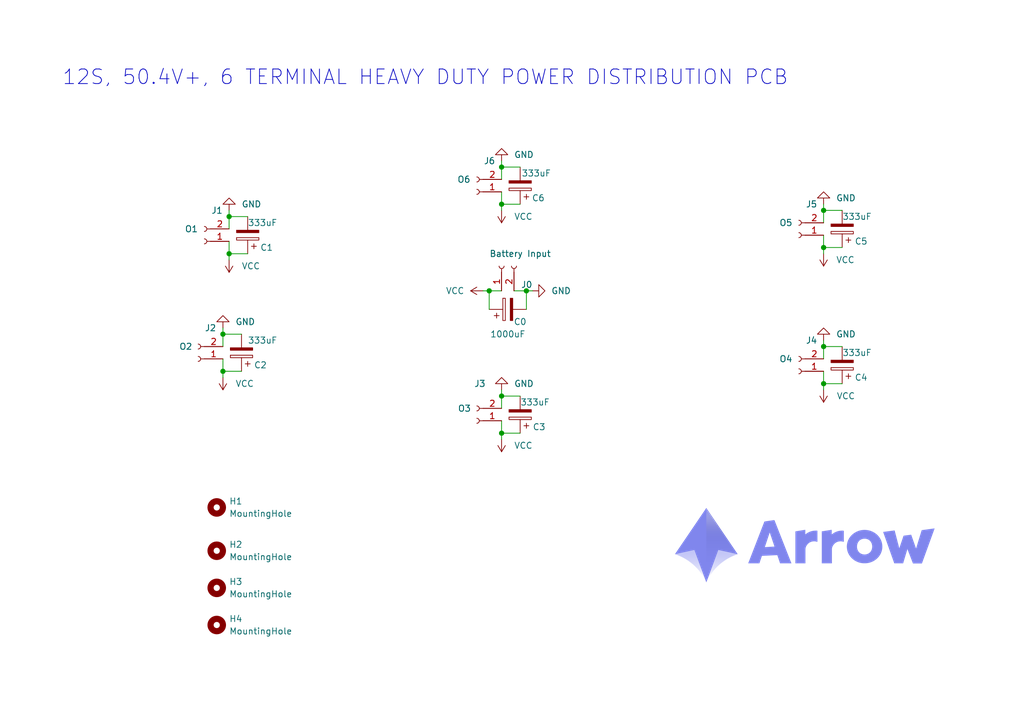
<source format=kicad_sch>
(kicad_sch (version 20211123) (generator eeschema)
  (paper "A5")
  (title_block (title "Power Distribution Board") (date "2022-11-30") (rev "V1") (company "ArrowAir") (comment 1 "by 21stCenturyAlex"))
  (lib_symbols
    (symbol "Connector:Conn_01x02_Female" (pin_names (offset 1.016) hide)
      (property "Reference" "J" (at 0 2.54 0))
      (property "Value" "Conn_01x02_Female" (at 0 -5.08 0))
      (symbol "Conn_01x02_Female_1_1"
        (arc (start 0 -2.032) (mid -0.508 -2.54) (end 0 -3.048) (stroke (width 0.1524)))
        (polyline (pts (xy -1.27 -2.54) (xy -0.508 -2.54)) (stroke (width 0.1524)))
        (polyline (pts (xy -1.27 0) (xy -0.508 0)) (stroke (width 0.1524)))
        (arc (start 0 0.508) (mid -0.508 0) (end 0 -0.508) (stroke (width 0.1524)))
        (pin passive line (at -5.08 0 0) (length 3.81) (name "Pin_1") (number "1"))
        (pin passive line (at -5.08 -2.54 0) (length 3.81) (name "Pin_2") (number "2"))
      )
    )
    (symbol "Device:C_Polarized" (pin_numbers hide) (pin_names (offset 0.254))
      (property "Reference" "C" (at 0.635 2.54 0))
      (property "Value" "C_Polarized" (at 0.635 -2.54 0))
      (symbol "C_Polarized_0_1"
        (rectangle (start -2.286 0.508) (end 2.286 1.016))
        (polyline (pts (xy -1.778 2.286) (xy -0.762 2.286)))
        (polyline (pts (xy -1.27 2.794) (xy -1.27 1.778)))
        (rectangle (start 2.286 -0.508) (end -2.286 -1.016) (fill (type outline)))
      )
      (symbol "C_Polarized_1_1"
        (pin passive line (at 0 3.81 270) (length 2.794) (name "~") (number "1"))
        (pin passive line (at 0 -3.81 90) (length 2.794) (name "~") (number "2"))
      )
    )
    (symbol "Mechanical:MountingHole" (pin_names (offset 1.016))
      (property "Reference" "H" (at 0 5.08 0))
      (property "Value" "MountingHole" (at 0 3.175 0))
      (symbol "MountingHole_0_1"
        (circle (center 0 0) (radius 1.27) (stroke (width 1.27)))
      )
    )
    (symbol "power:GND" (power) (pin_names (offset 0))
      (property "Value" "GND" (at 0 -3.81 0))
      (symbol "GND_0_1"
        (polyline (pts (xy 0 0) (xy 0 -1.27) (xy 1.27 -1.27) (xy 0 -2.54) (xy -1.27 -1.27) (xy 0 -1.27)))
      )
      (symbol "GND_1_1"
        (pin power_in line (at 0 0 270) (length 0) hide (name "GND") (number "1"))
      )
    )
    (symbol "power:VCC" (power) (pin_names (offset 0))
      (property "Value" "VCC" (at 0 3.81 0))
      (symbol "VCC_0_1"
        (polyline (pts (xy -0.762 1.27) (xy 0 2.54)))
        (polyline (pts (xy 0 0) (xy 0 2.54)))
        (polyline (pts (xy 0 2.54) (xy 0.762 1.27)))
      )
      (symbol "VCC_1_1"
        (pin power_in line (at 0 0 90) (length 0) hide (name "VCC") (number "1"))
      )
    )
  )
  (junction (at 102.87 34.29))
  (junction (at 46.99 44.45))
  (junction (at 168.91 71.12))
  (junction (at 168.91 43.18))
  (junction (at 168.91 50.8))
  (junction (at 46.99 52.07))
  (junction (at 102.87 88.9))
  (junction (at 168.91 78.74))
  (junction (at 107.95 59.69))
  (junction (at 45.72 68.58))
  (junction (at 45.72 76.2))
  (junction (at 100.33 59.69))
  (junction (at 102.87 41.91))
  (junction (at 102.87 81.28))
  (wire (pts (xy 45.72 68.58) (xy 45.72 71.12)))
  (wire (pts (xy 99.06 59.69) (xy 100.33 59.69)))
  (wire (pts (xy 107.95 59.69) (xy 105.41 59.69)))
  (wire (pts (xy 102.87 80.01) (xy 102.87 81.28)))
  (wire (pts (xy 168.91 52.07) (xy 168.91 50.8)))
  (wire (pts (xy 46.99 44.45) (xy 46.99 46.99)))
  (wire (pts (xy 45.72 76.2) (xy 45.72 73.66)))
  (wire (pts (xy 172.72 78.74) (xy 168.91 78.74)))
  (wire (pts (xy 49.53 76.2) (xy 45.72 76.2)))
  (wire (pts (xy 46.99 53.34) (xy 46.99 52.07)))
  (wire (pts (xy 172.72 43.18) (xy 168.91 43.18)))
  (wire (pts (xy 102.87 81.28) (xy 102.87 83.82)))
  (wire (pts (xy 102.87 34.29) (xy 102.87 36.83)))
  (wire (pts (xy 172.72 50.8) (xy 168.91 50.8)))
  (wire (pts (xy 107.95 63.5) (xy 107.95 59.69)))
  (wire (pts (xy 46.99 49.53) (xy 46.99 52.07)))
  (wire (pts (xy 49.53 68.58) (xy 45.72 68.58)))
  (wire (pts (xy 45.72 77.47) (xy 45.72 76.2)))
  (wire (pts (xy 46.99 43.18) (xy 46.99 44.45)))
  (wire (pts (xy 168.91 76.2) (xy 168.91 78.74)))
  (wire (pts (xy 50.8 44.45) (xy 46.99 44.45)))
  (wire (pts (xy 106.68 41.91) (xy 102.87 41.91)))
  (wire (pts (xy 106.68 88.9) (xy 102.87 88.9)))
  (wire (pts (xy 102.87 88.9) (xy 102.87 86.36)))
  (wire (pts (xy 46.99 52.07) (xy 50.8 52.07)))
  (wire (pts (xy 168.91 71.12) (xy 168.91 73.66)))
  (wire (pts (xy 168.91 69.85) (xy 168.91 71.12)))
  (wire (pts (xy 106.68 34.29) (xy 102.87 34.29)))
  (wire (pts (xy 172.72 71.12) (xy 168.91 71.12)))
  (wire (pts (xy 102.87 41.91) (xy 102.87 39.37)))
  (wire (pts (xy 102.87 90.17) (xy 102.87 88.9)))
  (wire (pts (xy 100.33 63.5) (xy 100.33 59.69)))
  (wire (pts (xy 109.22 59.69) (xy 107.95 59.69)))
  (wire (pts (xy 106.68 81.28) (xy 102.87 81.28)))
  (wire (pts (xy 168.91 41.91) (xy 168.91 43.18)))
  (wire (pts (xy 45.72 67.31) (xy 45.72 68.58)))
  (wire (pts (xy 102.87 43.18) (xy 102.87 41.91)))
  (wire (pts (xy 168.91 43.18) (xy 168.91 45.72)))
  (wire (pts (xy 100.33 59.69) (xy 102.87 59.69)))
  (wire (pts (xy 168.91 50.8) (xy 168.91 48.26)))
  (wire (pts (xy 102.87 33.02) (xy 102.87 34.29)))
  (wire (pts (xy 168.91 80.01) (xy 168.91 78.74)))
  (image (at 165.1 111.76) (scale 0.631844))
  (text "12S, 50.4V+, 6 TERMINAL HEAVY DUTY POWER DISTRIBUTION PCB" (at 12.7 17.78 0) (effects (font (size 3 3)) (justify left bottom)))
  (symbol (lib_id "power:GND") (at 168.91 69.85 180) (unit 1)
    (property "Reference" "#PWR0104" (effects hide))
    (property "Value" "GND" (at 171.45 68.5799 0) (effects (justify right)))
  )
  (symbol (lib_id "Connector:Conn_01x02_Female") (at 163.83 48.26 180) (unit 1)
    (property "Reference" "J5" (at 167.64 41.91 0) (effects (justify left)))
    (property "Value" "O5" (at 162.56 45.72 0) (effects (justify left)))
    (property "Footprint" "Connector_AMASS:AMASS_XT60-M_1x02_P7.20mm_Vertical" (effects hide))
  )
  (symbol (lib_id "Connector:Conn_01x02_Female") (at 102.87 54.61 90) (unit 1)
    (property "Reference" "J0" (at 109.22 58.42 90) (effects (justify left)))
    (property "Value" "Battery Input" (at 113.03 52.07 90) (effects (justify left)))
    (property "Footprint" "Connector:Banana_Jack_2Pin" (effects hide))
  )
  (symbol (lib_id "Connector:Conn_01x02_Female") (at 97.79 86.36 180) (unit 1)
    (property "Reference" "J3" (at 98.425 78.74 0))
    (property "Value" "O3" (at 95.25 83.82 0))
    (property "Footprint" "Connector_AMASS:AMASS_XT60-M_1x02_P7.20mm_Vertical" (effects hide))
  )
  (symbol (lib_id "power:VCC") (at 99.06 59.69 90) (unit 1)
    (property "Reference" "#PWR0109" (effects hide))
    (property "Value" "VCC" (at 95.25 59.6899 90) (effects (justify left)))
  )
  (symbol (lib_id "Connector:Conn_01x02_Female") (at 163.83 76.2 180) (unit 1)
    (property "Reference" "J4" (at 167.64 69.85 0) (effects (justify left)))
    (property "Value" "O4" (at 162.56 73.66 0) (effects (justify left)))
    (property "Footprint" "Connector_AMASS:AMASS_XT60-M_1x02_P7.20mm_Vertical" (effects hide))
  )
  (symbol (lib_id "power:VCC") (at 102.87 90.17 180) (unit 1)
    (property "Reference" "#PWR0107" (effects hide))
    (property "Value" "VCC" (at 105.41 91.4399 0) (effects (justify right)))
  )
  (symbol (lib_id "Mechanical:MountingHole") (at 44.45 120.65 0) (unit 1)
    (property "Reference" "H3" (at 46.99 119.3799 0) (effects (justify left)))
    (property "Value" "MountingHole" (at 46.99 121.9199 0) (effects (justify left)))
    (property "Footprint" "MountingHole:MountingHole_3.2mm_M3" (effects hide))
  )
  (symbol (lib_id "Device:C_Polarized") (at 106.68 85.09 180) (unit 1)
    (property "Reference" "C3" (at 109.22 87.63 0) (effects (justify right)))
    (property "Value" "333uF" (at 106.68 82.55 0) (effects (justify right)))
    (property "Footprint" "Capacitor_THT:CP_Radial_D10.0mm_P3.80mm" (effects hide))
  )
  (symbol (lib_id "Connector:Conn_01x02_Female") (at 40.64 73.66 180) (unit 1)
    (property "Reference" "J2" (at 43.18 67.31 0))
    (property "Value" "O2" (at 38.1 71.12 0))
    (property "Footprint" "Connector_AMASS:AMASS_XT60-M_1x02_P7.20mm_Vertical" (effects hide))
  )
  (symbol (lib_id "power:GND") (at 45.72 67.31 180) (unit 1)
    (property "Reference" "#PWR0113" (effects hide))
    (property "Value" "GND" (at 48.26 66.0399 0) (effects (justify right)))
  )
  (symbol (lib_id "Mechanical:MountingHole") (at 44.45 128.27 0) (unit 1)
    (property "Reference" "H4" (at 46.99 126.9999 0) (effects (justify left)))
    (property "Value" "MountingHole" (at 46.99 129.5399 0) (effects (justify left)))
    (property "Footprint" "MountingHole:MountingHole_3.2mm_M3" (effects hide))
  )
  (symbol (lib_id "power:GND") (at 168.91 41.91 180) (unit 1)
    (property "Reference" "#PWR0102" (effects hide))
    (property "Value" "GND" (at 171.45 40.6399 0) (effects (justify right)))
  )
  (symbol (lib_id "power:GND") (at 109.22 59.69 90) (unit 1)
    (property "Reference" "#PWR0110" (effects hide))
    (property "Value" "GND" (at 113.03 59.6899 90) (effects (justify right)))
  )
  (symbol (lib_id "power:GND") (at 102.87 80.01 180) (unit 1)
    (property "Reference" "#PWR0108" (effects hide))
    (property "Value" "GND" (at 105.41 78.7399 0) (effects (justify right)))
  )
  (symbol (lib_id "Connector:Conn_01x02_Female") (at 97.79 39.37 180) (unit 1)
    (property "Reference" "J6" (at 101.6 33.02 0) (effects (justify left)))
    (property "Value" "O6" (at 96.52 36.83 0) (effects (justify left)))
    (property "Footprint" "Connector_AMASS:AMASS_XT60-M_1x02_P7.20mm_Vertical" (effects hide))
  )
  (symbol (lib_id "power:VCC") (at 45.72 77.47 180) (unit 1)
    (property "Reference" "#PWR0114" (effects hide))
    (property "Value" "VCC" (at 48.26 78.7399 0) (effects (justify right)))
  )
  (symbol (lib_id "Device:C_Polarized") (at 104.14 63.5 90) (unit 1)
    (property "Reference" "C0" (at 106.68 66.04 90))
    (property "Value" "1000uF" (at 104.14 68.58 90))
    (property "Footprint" "Capacitor_THT:CP_Radial_D10.0mm_P3.80mm" (effects hide))
  )
  (symbol (lib_id "Device:C_Polarized") (at 106.68 38.1 180) (unit 1)
    (property "Reference" "C6" (at 111.76 40.64 0) (effects (justify left)))
    (property "Value" "333uF" (at 113.03 35.56 0) (effects (justify left)))
    (property "Footprint" "Capacitor_THT:CP_Radial_D10.0mm_P3.80mm" (effects hide))
  )
  (symbol (lib_id "Mechanical:MountingHole") (at 44.45 104.14 0) (unit 1)
    (property "Reference" "H1" (at 46.99 102.8699 0) (effects (justify left)))
    (property "Value" "MountingHole" (at 46.99 105.4099 0) (effects (justify left)))
    (property "Footprint" "MountingHole:MountingHole_3.2mm_M3" (effects hide))
  )
  (symbol (lib_id "power:GND") (at 102.87 33.02 180) (unit 1)
    (property "Reference" "#PWR0106" (effects hide))
    (property "Value" "GND" (at 105.41 31.7499 0) (effects (justify right)))
  )
  (symbol (lib_id "power:VCC") (at 168.91 52.07 180) (unit 1)
    (property "Reference" "#PWR0103" (effects hide))
    (property "Value" "VCC" (at 171.45 53.3399 0) (effects (justify right)))
  )
  (symbol (lib_id "Mechanical:MountingHole") (at 44.45 113.03 0) (unit 1)
    (property "Reference" "H2" (at 46.99 111.7599 0) (effects (justify left)))
    (property "Value" "MountingHole" (at 46.99 114.2999 0) (effects (justify left)))
    (property "Footprint" "MountingHole:MountingHole_3.2mm_M3" (effects hide))
  )
  (symbol (lib_id "power:VCC") (at 168.91 80.01 180) (unit 1)
    (property "Reference" "#PWR0101" (effects hide))
    (property "Value" "VCC" (at 171.5533 81.2799 0) (effects (justify right)))
  )
  (symbol (lib_id "power:VCC") (at 46.99 53.34 180) (unit 1)
    (property "Reference" "#PWR0112" (effects hide))
    (property "Value" "VCC" (at 49.53 54.6099 0) (effects (justify right)))
  )
  (symbol (lib_id "power:GND") (at 46.99 43.18 180) (unit 1)
    (property "Reference" "#PWR0111" (effects hide))
    (property "Value" "GND" (at 49.53 41.9099 0) (effects (justify right)))
  )
  (symbol (lib_id "Device:C_Polarized") (at 172.72 74.93 180) (unit 1)
    (property "Reference" "C4" (at 175.26 77.47 0) (effects (justify right)))
    (property "Value" "333uF" (at 172.72 72.39 0) (effects (justify right)))
    (property "Footprint" "Capacitor_THT:CP_Radial_D10.0mm_P3.80mm" (effects hide))
  )
  (symbol (lib_id "Device:C_Polarized") (at 49.53 72.39 180) (unit 1)
    (property "Reference" "C2" (at 52.07 74.93 0) (effects (justify right)))
    (property "Value" "333uF" (at 50.8 69.85 0) (effects (justify right)))
    (property "Footprint" "Capacitor_THT:CP_Radial_D10.0mm_P3.80mm" (effects hide))
  )
  (symbol (lib_id "Device:C_Polarized") (at 50.8 48.26 180) (unit 1)
    (property "Reference" "C1" (at 53.34 50.8 0) (effects (justify right)))
    (property "Value" "333uF" (at 50.8 45.72 0) (effects (justify right)))
    (property "Footprint" "Capacitor_THT:CP_Radial_D10.0mm_P3.80mm" (effects hide))
  )
  (symbol (lib_id "Connector:Conn_01x02_Female") (at 41.91 49.53 180) (unit 1)
    (property "Reference" "J1" (at 45.72 43.18 0) (effects (justify left)))
    (property "Value" "O1" (at 40.64 46.9901 0) (effects (justify left)))
    (property "Footprint" "Connector_AMASS:AMASS_XT60-M_1x02_P7.20mm_Vertical" (effects hide))
  )
  (symbol (lib_id "Device:C_Polarized") (at 172.72 46.99 180) (unit 1)
    (property "Reference" "C5" (at 175.26 49.53 0) (effects (justify right)))
    (property "Value" "333uF" (at 172.72 44.45 0) (effects (justify right)))
    (property "Footprint" "Capacitor_THT:CP_Radial_D10.0mm_P3.80mm" (effects hide))
  )
  (symbol (lib_id "power:VCC") (at 102.87 43.18 180) (unit 1)
    (property "Reference" "#PWR0105" (effects hide))
    (property "Value" "VCC" (at 105.41 44.4499 0) (effects (justify right)))
  )
)
</source>
